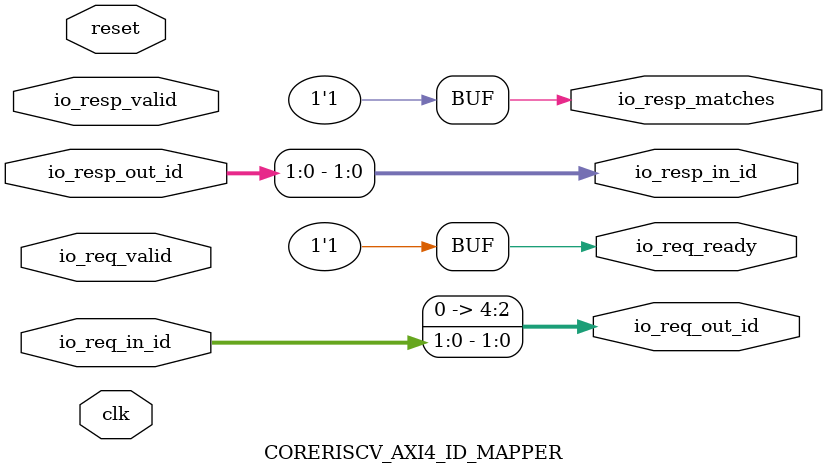
<source format=v>
`define RANDOMIZE
`timescale 1ns/10ps
module CORERISCV_AXI4_ID_MAPPER(
  input   clk,
  input   reset,
  input   io_req_valid,
  output  io_req_ready,
  input  [1:0] io_req_in_id,
  output [4:0] io_req_out_id,
  input   io_resp_valid,
  output  io_resp_matches,
  input  [4:0] io_resp_out_id,
  output [1:0] io_resp_in_id
);
  assign io_req_ready = 1'h1;
  assign io_req_out_id = {{3'd0}, io_req_in_id};
  assign io_resp_matches = 1'h1;
  assign io_resp_in_id = io_resp_out_id[1:0];
endmodule

</source>
